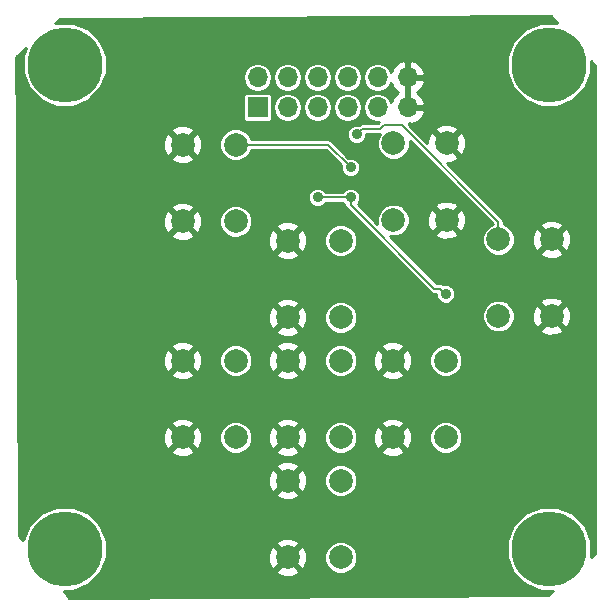
<source format=gbl>
G04 #@! TF.GenerationSoftware,KiCad,Pcbnew,(5.0.2)-1*
G04 #@! TF.CreationDate,2019-09-26T13:37:58-04:00*
G04 #@! TF.ProjectId,JoyPad,4a6f7950-6164-42e6-9b69-6361645f7063,X1*
G04 #@! TF.SameCoordinates,Original*
G04 #@! TF.FileFunction,Copper,L2,Bot*
G04 #@! TF.FilePolarity,Positive*
%FSLAX46Y46*%
G04 Gerber Fmt 4.6, Leading zero omitted, Abs format (unit mm)*
G04 Created by KiCad (PCBNEW (5.0.2)-1) date 9/26/2019 1:37:58 PM*
%MOMM*%
%LPD*%
G01*
G04 APERTURE LIST*
G04 #@! TA.AperFunction,ComponentPad*
%ADD10C,2.000000*%
G04 #@! TD*
G04 #@! TA.AperFunction,ComponentPad*
%ADD11R,1.700000X1.700000*%
G04 #@! TD*
G04 #@! TA.AperFunction,ComponentPad*
%ADD12O,1.700000X1.700000*%
G04 #@! TD*
G04 #@! TA.AperFunction,ComponentPad*
%ADD13C,6.350000*%
G04 #@! TD*
G04 #@! TA.AperFunction,ViaPad*
%ADD14C,0.889000*%
G04 #@! TD*
G04 #@! TA.AperFunction,Conductor*
%ADD15C,0.152400*%
G04 #@! TD*
G04 #@! TA.AperFunction,Conductor*
%ADD16C,0.254000*%
G04 #@! TD*
G04 APERTURE END LIST*
D10*
G04 #@! TO.P,SW1,2*
G04 #@! TO.N,/S1D7*
X18470000Y-35560000D03*
G04 #@! TO.P,SW1,1*
G04 #@! TO.N,GND*
X13970000Y-35560000D03*
G04 #@! TO.P,SW1,2*
G04 #@! TO.N,/S1D7*
X18470000Y-29060000D03*
G04 #@! TO.P,SW1,1*
G04 #@! TO.N,GND*
X13970000Y-29060000D03*
G04 #@! TD*
G04 #@! TO.P,SW2,1*
G04 #@! TO.N,GND*
X22860000Y-29060000D03*
G04 #@! TO.P,SW2,2*
G04 #@! TO.N,/S1D6*
X27360000Y-29060000D03*
G04 #@! TO.P,SW2,1*
G04 #@! TO.N,GND*
X22860000Y-35560000D03*
G04 #@! TO.P,SW2,2*
G04 #@! TO.N,/S1D6*
X27360000Y-35560000D03*
G04 #@! TD*
G04 #@! TO.P,SW3,2*
G04 #@! TO.N,/S1D5*
X36250000Y-35560000D03*
G04 #@! TO.P,SW3,1*
G04 #@! TO.N,GND*
X31750000Y-35560000D03*
G04 #@! TO.P,SW3,2*
G04 #@! TO.N,/S1D5*
X36250000Y-29060000D03*
G04 #@! TO.P,SW3,1*
G04 #@! TO.N,GND*
X31750000Y-29060000D03*
G04 #@! TD*
G04 #@! TO.P,SW4,1*
G04 #@! TO.N,GND*
X22860000Y-39220000D03*
G04 #@! TO.P,SW4,2*
G04 #@! TO.N,/S1D4*
X27360000Y-39220000D03*
G04 #@! TO.P,SW4,1*
G04 #@! TO.N,GND*
X22860000Y-45720000D03*
G04 #@! TO.P,SW4,2*
G04 #@! TO.N,/S1D4*
X27360000Y-45720000D03*
G04 #@! TD*
G04 #@! TO.P,SW5,2*
G04 #@! TO.N,/S1D3*
X27360000Y-25400000D03*
G04 #@! TO.P,SW5,1*
G04 #@! TO.N,GND*
X22860000Y-25400000D03*
G04 #@! TO.P,SW5,2*
G04 #@! TO.N,/S1D3*
X27360000Y-18900000D03*
G04 #@! TO.P,SW5,1*
G04 #@! TO.N,GND*
X22860000Y-18900000D03*
G04 #@! TD*
G04 #@! TO.P,SW6,1*
G04 #@! TO.N,GND*
X45212000Y-25296000D03*
G04 #@! TO.P,SW6,2*
G04 #@! TO.N,/S1D2*
X40712000Y-25296000D03*
G04 #@! TO.P,SW6,1*
G04 #@! TO.N,GND*
X45212000Y-18796000D03*
G04 #@! TO.P,SW6,2*
G04 #@! TO.N,/S1D2*
X40712000Y-18796000D03*
G04 #@! TD*
G04 #@! TO.P,SW7,2*
G04 #@! TO.N,/S1D1*
X31822000Y-10668000D03*
G04 #@! TO.P,SW7,1*
G04 #@! TO.N,GND*
X36322000Y-10668000D03*
G04 #@! TO.P,SW7,2*
G04 #@! TO.N,/S1D1*
X31822000Y-17168000D03*
G04 #@! TO.P,SW7,1*
G04 #@! TO.N,GND*
X36322000Y-17168000D03*
G04 #@! TD*
G04 #@! TO.P,SW8,1*
G04 #@! TO.N,GND*
X13970000Y-10772000D03*
G04 #@! TO.P,SW8,2*
G04 #@! TO.N,/S1D0*
X18470000Y-10772000D03*
G04 #@! TO.P,SW8,1*
G04 #@! TO.N,GND*
X13970000Y-17272000D03*
G04 #@! TO.P,SW8,2*
G04 #@! TO.N,/S1D0*
X18470000Y-17272000D03*
G04 #@! TD*
D11*
G04 #@! TO.P,J1,1*
G04 #@! TO.N,VCC*
X20320000Y-7620000D03*
D12*
G04 #@! TO.P,J1,2*
X20320000Y-5080000D03*
G04 #@! TO.P,J1,3*
G04 #@! TO.N,/S1D7*
X22860000Y-7620000D03*
G04 #@! TO.P,J1,4*
G04 #@! TO.N,/S1D6*
X22860000Y-5080000D03*
G04 #@! TO.P,J1,5*
G04 #@! TO.N,/S1D5*
X25400000Y-7620000D03*
G04 #@! TO.P,J1,6*
G04 #@! TO.N,/S1D4*
X25400000Y-5080000D03*
G04 #@! TO.P,J1,7*
G04 #@! TO.N,/S1D3*
X27940000Y-7620000D03*
G04 #@! TO.P,J1,8*
G04 #@! TO.N,/S1D2*
X27940000Y-5080000D03*
G04 #@! TO.P,J1,9*
G04 #@! TO.N,/S1D1*
X30480000Y-7620000D03*
G04 #@! TO.P,J1,10*
G04 #@! TO.N,/S1D0*
X30480000Y-5080000D03*
G04 #@! TO.P,J1,11*
G04 #@! TO.N,GND*
X33020000Y-7620000D03*
G04 #@! TO.P,J1,12*
X33020000Y-5080000D03*
G04 #@! TD*
D13*
G04 #@! TO.P,BD-49X49,4*
G04 #@! TO.N,N/C*
X45000000Y-45000000D03*
G04 #@! TO.P,BD-49X49,3*
X4000000Y-45000000D03*
G04 #@! TO.P,BD-49X49,2*
X45000000Y-4000000D03*
G04 #@! TO.P,BD-49X49,1*
X4000000Y-4000000D03*
G04 #@! TD*
D14*
G04 #@! TO.N,/S1D5*
X28194000Y-15240000D03*
X25400000Y-15240000D03*
X36250000Y-23414330D03*
G04 #@! TO.N,/S1D2*
X28702000Y-9906000D03*
G04 #@! TO.N,/S1D0*
X28194000Y-12700000D03*
G04 #@! TD*
D15*
G04 #@! TO.N,/S1D5*
X25400000Y-15240000D02*
X28194000Y-15240000D01*
X28194000Y-15868617D02*
X28194000Y-15240000D01*
X35295214Y-22969831D02*
X28194000Y-15868617D01*
X35805501Y-22969831D02*
X35295214Y-22969831D01*
X36250000Y-23414330D02*
X35805501Y-22969831D01*
G04 #@! TO.N,/S1D2*
X29168601Y-9439399D02*
X30692601Y-9439399D01*
X28702000Y-9906000D02*
X29168601Y-9439399D01*
X30692601Y-9439399D02*
X30988000Y-9144000D01*
X30988000Y-9144000D02*
X32512000Y-9144000D01*
X40712000Y-17344000D02*
X40712000Y-18796000D01*
X32512000Y-9144000D02*
X40712000Y-17344000D01*
G04 #@! TO.N,/S1D0*
X26266000Y-10772000D02*
X18470000Y-10772000D01*
X28194000Y-12700000D02*
X26266000Y-10772000D01*
G04 #@! TD*
D16*
G04 #@! TO.N,GND*
G36*
X45658513Y-444000D02*
X44292668Y-444000D01*
X42985688Y-985369D01*
X41985369Y-1985688D01*
X41444000Y-3292668D01*
X41444000Y-4707332D01*
X41985369Y-6014312D01*
X42985688Y-7014631D01*
X44292668Y-7556000D01*
X45707332Y-7556000D01*
X47014312Y-7014631D01*
X48014631Y-6014312D01*
X48556000Y-4707332D01*
X48556000Y-3727819D01*
X48895000Y-4112019D01*
X48895000Y-45408372D01*
X48556000Y-45704997D01*
X48556000Y-44292668D01*
X48014631Y-42985688D01*
X47014312Y-41985369D01*
X45707332Y-41444000D01*
X44292668Y-41444000D01*
X42985688Y-41985369D01*
X41985369Y-42985688D01*
X41444000Y-44292668D01*
X41444000Y-45707332D01*
X41985369Y-47014312D01*
X42985688Y-48014631D01*
X44292668Y-48556000D01*
X45297710Y-48556000D01*
X44909942Y-48895297D01*
X4378281Y-49148620D01*
X3898541Y-48556000D01*
X4707332Y-48556000D01*
X6014312Y-48014631D01*
X7014631Y-47014312D01*
X7073358Y-46872532D01*
X21887073Y-46872532D01*
X21985736Y-47139387D01*
X22595461Y-47365908D01*
X23245460Y-47341856D01*
X23734264Y-47139387D01*
X23832927Y-46872532D01*
X22860000Y-45899605D01*
X21887073Y-46872532D01*
X7073358Y-46872532D01*
X7556000Y-45707332D01*
X7556000Y-45455461D01*
X21214092Y-45455461D01*
X21238144Y-46105460D01*
X21440613Y-46594264D01*
X21707468Y-46692927D01*
X22680395Y-45720000D01*
X23039605Y-45720000D01*
X24012532Y-46692927D01*
X24279387Y-46594264D01*
X24505908Y-45984539D01*
X24485955Y-45445302D01*
X25979000Y-45445302D01*
X25979000Y-45994698D01*
X26189245Y-46502273D01*
X26577727Y-46890755D01*
X27085302Y-47101000D01*
X27634698Y-47101000D01*
X28142273Y-46890755D01*
X28530755Y-46502273D01*
X28741000Y-45994698D01*
X28741000Y-45445302D01*
X28530755Y-44937727D01*
X28142273Y-44549245D01*
X27634698Y-44339000D01*
X27085302Y-44339000D01*
X26577727Y-44549245D01*
X26189245Y-44937727D01*
X25979000Y-45445302D01*
X24485955Y-45445302D01*
X24481856Y-45334540D01*
X24279387Y-44845736D01*
X24012532Y-44747073D01*
X23039605Y-45720000D01*
X22680395Y-45720000D01*
X21707468Y-44747073D01*
X21440613Y-44845736D01*
X21214092Y-45455461D01*
X7556000Y-45455461D01*
X7556000Y-44567468D01*
X21887073Y-44567468D01*
X22860000Y-45540395D01*
X23832927Y-44567468D01*
X23734264Y-44300613D01*
X23124539Y-44074092D01*
X22474540Y-44098144D01*
X21985736Y-44300613D01*
X21887073Y-44567468D01*
X7556000Y-44567468D01*
X7556000Y-44292668D01*
X7014631Y-42985688D01*
X6014312Y-41985369D01*
X4707332Y-41444000D01*
X3292668Y-41444000D01*
X1985688Y-41985369D01*
X985369Y-42985688D01*
X445108Y-44289994D01*
X126720Y-43896692D01*
X104695Y-40372532D01*
X21887073Y-40372532D01*
X21985736Y-40639387D01*
X22595461Y-40865908D01*
X23245460Y-40841856D01*
X23734264Y-40639387D01*
X23832927Y-40372532D01*
X22860000Y-39399605D01*
X21887073Y-40372532D01*
X104695Y-40372532D01*
X95838Y-38955461D01*
X21214092Y-38955461D01*
X21238144Y-39605460D01*
X21440613Y-40094264D01*
X21707468Y-40192927D01*
X22680395Y-39220000D01*
X23039605Y-39220000D01*
X24012532Y-40192927D01*
X24279387Y-40094264D01*
X24505908Y-39484539D01*
X24485955Y-38945302D01*
X25979000Y-38945302D01*
X25979000Y-39494698D01*
X26189245Y-40002273D01*
X26577727Y-40390755D01*
X27085302Y-40601000D01*
X27634698Y-40601000D01*
X28142273Y-40390755D01*
X28530755Y-40002273D01*
X28741000Y-39494698D01*
X28741000Y-38945302D01*
X28530755Y-38437727D01*
X28142273Y-38049245D01*
X27634698Y-37839000D01*
X27085302Y-37839000D01*
X26577727Y-38049245D01*
X26189245Y-38437727D01*
X25979000Y-38945302D01*
X24485955Y-38945302D01*
X24481856Y-38834540D01*
X24279387Y-38345736D01*
X24012532Y-38247073D01*
X23039605Y-39220000D01*
X22680395Y-39220000D01*
X21707468Y-38247073D01*
X21440613Y-38345736D01*
X21214092Y-38955461D01*
X95838Y-38955461D01*
X90289Y-38067468D01*
X21887073Y-38067468D01*
X22860000Y-39040395D01*
X23832927Y-38067468D01*
X23734264Y-37800613D01*
X23124539Y-37574092D01*
X22474540Y-37598144D01*
X21985736Y-37800613D01*
X21887073Y-38067468D01*
X90289Y-38067468D01*
X81820Y-36712532D01*
X12997073Y-36712532D01*
X13095736Y-36979387D01*
X13705461Y-37205908D01*
X14355460Y-37181856D01*
X14844264Y-36979387D01*
X14942927Y-36712532D01*
X13970000Y-35739605D01*
X12997073Y-36712532D01*
X81820Y-36712532D01*
X72963Y-35295461D01*
X12324092Y-35295461D01*
X12348144Y-35945460D01*
X12550613Y-36434264D01*
X12817468Y-36532927D01*
X13790395Y-35560000D01*
X14149605Y-35560000D01*
X15122532Y-36532927D01*
X15389387Y-36434264D01*
X15615908Y-35824539D01*
X15595955Y-35285302D01*
X17089000Y-35285302D01*
X17089000Y-35834698D01*
X17299245Y-36342273D01*
X17687727Y-36730755D01*
X18195302Y-36941000D01*
X18744698Y-36941000D01*
X19252273Y-36730755D01*
X19270496Y-36712532D01*
X21887073Y-36712532D01*
X21985736Y-36979387D01*
X22595461Y-37205908D01*
X23245460Y-37181856D01*
X23734264Y-36979387D01*
X23832927Y-36712532D01*
X22860000Y-35739605D01*
X21887073Y-36712532D01*
X19270496Y-36712532D01*
X19640755Y-36342273D01*
X19851000Y-35834698D01*
X19851000Y-35295461D01*
X21214092Y-35295461D01*
X21238144Y-35945460D01*
X21440613Y-36434264D01*
X21707468Y-36532927D01*
X22680395Y-35560000D01*
X23039605Y-35560000D01*
X24012532Y-36532927D01*
X24279387Y-36434264D01*
X24505908Y-35824539D01*
X24485955Y-35285302D01*
X25979000Y-35285302D01*
X25979000Y-35834698D01*
X26189245Y-36342273D01*
X26577727Y-36730755D01*
X27085302Y-36941000D01*
X27634698Y-36941000D01*
X28142273Y-36730755D01*
X28160496Y-36712532D01*
X30777073Y-36712532D01*
X30875736Y-36979387D01*
X31485461Y-37205908D01*
X32135460Y-37181856D01*
X32624264Y-36979387D01*
X32722927Y-36712532D01*
X31750000Y-35739605D01*
X30777073Y-36712532D01*
X28160496Y-36712532D01*
X28530755Y-36342273D01*
X28741000Y-35834698D01*
X28741000Y-35295461D01*
X30104092Y-35295461D01*
X30128144Y-35945460D01*
X30330613Y-36434264D01*
X30597468Y-36532927D01*
X31570395Y-35560000D01*
X31929605Y-35560000D01*
X32902532Y-36532927D01*
X33169387Y-36434264D01*
X33395908Y-35824539D01*
X33375955Y-35285302D01*
X34869000Y-35285302D01*
X34869000Y-35834698D01*
X35079245Y-36342273D01*
X35467727Y-36730755D01*
X35975302Y-36941000D01*
X36524698Y-36941000D01*
X37032273Y-36730755D01*
X37420755Y-36342273D01*
X37631000Y-35834698D01*
X37631000Y-35285302D01*
X37420755Y-34777727D01*
X37032273Y-34389245D01*
X36524698Y-34179000D01*
X35975302Y-34179000D01*
X35467727Y-34389245D01*
X35079245Y-34777727D01*
X34869000Y-35285302D01*
X33375955Y-35285302D01*
X33371856Y-35174540D01*
X33169387Y-34685736D01*
X32902532Y-34587073D01*
X31929605Y-35560000D01*
X31570395Y-35560000D01*
X30597468Y-34587073D01*
X30330613Y-34685736D01*
X30104092Y-35295461D01*
X28741000Y-35295461D01*
X28741000Y-35285302D01*
X28530755Y-34777727D01*
X28160496Y-34407468D01*
X30777073Y-34407468D01*
X31750000Y-35380395D01*
X32722927Y-34407468D01*
X32624264Y-34140613D01*
X32014539Y-33914092D01*
X31364540Y-33938144D01*
X30875736Y-34140613D01*
X30777073Y-34407468D01*
X28160496Y-34407468D01*
X28142273Y-34389245D01*
X27634698Y-34179000D01*
X27085302Y-34179000D01*
X26577727Y-34389245D01*
X26189245Y-34777727D01*
X25979000Y-35285302D01*
X24485955Y-35285302D01*
X24481856Y-35174540D01*
X24279387Y-34685736D01*
X24012532Y-34587073D01*
X23039605Y-35560000D01*
X22680395Y-35560000D01*
X21707468Y-34587073D01*
X21440613Y-34685736D01*
X21214092Y-35295461D01*
X19851000Y-35295461D01*
X19851000Y-35285302D01*
X19640755Y-34777727D01*
X19270496Y-34407468D01*
X21887073Y-34407468D01*
X22860000Y-35380395D01*
X23832927Y-34407468D01*
X23734264Y-34140613D01*
X23124539Y-33914092D01*
X22474540Y-33938144D01*
X21985736Y-34140613D01*
X21887073Y-34407468D01*
X19270496Y-34407468D01*
X19252273Y-34389245D01*
X18744698Y-34179000D01*
X18195302Y-34179000D01*
X17687727Y-34389245D01*
X17299245Y-34777727D01*
X17089000Y-35285302D01*
X15595955Y-35285302D01*
X15591856Y-35174540D01*
X15389387Y-34685736D01*
X15122532Y-34587073D01*
X14149605Y-35560000D01*
X13790395Y-35560000D01*
X12817468Y-34587073D01*
X12550613Y-34685736D01*
X12324092Y-35295461D01*
X72963Y-35295461D01*
X67414Y-34407468D01*
X12997073Y-34407468D01*
X13970000Y-35380395D01*
X14942927Y-34407468D01*
X14844264Y-34140613D01*
X14234539Y-33914092D01*
X13584540Y-33938144D01*
X13095736Y-34140613D01*
X12997073Y-34407468D01*
X67414Y-34407468D01*
X41195Y-30212532D01*
X12997073Y-30212532D01*
X13095736Y-30479387D01*
X13705461Y-30705908D01*
X14355460Y-30681856D01*
X14844264Y-30479387D01*
X14942927Y-30212532D01*
X13970000Y-29239605D01*
X12997073Y-30212532D01*
X41195Y-30212532D01*
X32338Y-28795461D01*
X12324092Y-28795461D01*
X12348144Y-29445460D01*
X12550613Y-29934264D01*
X12817468Y-30032927D01*
X13790395Y-29060000D01*
X14149605Y-29060000D01*
X15122532Y-30032927D01*
X15389387Y-29934264D01*
X15615908Y-29324539D01*
X15595955Y-28785302D01*
X17089000Y-28785302D01*
X17089000Y-29334698D01*
X17299245Y-29842273D01*
X17687727Y-30230755D01*
X18195302Y-30441000D01*
X18744698Y-30441000D01*
X19252273Y-30230755D01*
X19270496Y-30212532D01*
X21887073Y-30212532D01*
X21985736Y-30479387D01*
X22595461Y-30705908D01*
X23245460Y-30681856D01*
X23734264Y-30479387D01*
X23832927Y-30212532D01*
X22860000Y-29239605D01*
X21887073Y-30212532D01*
X19270496Y-30212532D01*
X19640755Y-29842273D01*
X19851000Y-29334698D01*
X19851000Y-28795461D01*
X21214092Y-28795461D01*
X21238144Y-29445460D01*
X21440613Y-29934264D01*
X21707468Y-30032927D01*
X22680395Y-29060000D01*
X23039605Y-29060000D01*
X24012532Y-30032927D01*
X24279387Y-29934264D01*
X24505908Y-29324539D01*
X24485955Y-28785302D01*
X25979000Y-28785302D01*
X25979000Y-29334698D01*
X26189245Y-29842273D01*
X26577727Y-30230755D01*
X27085302Y-30441000D01*
X27634698Y-30441000D01*
X28142273Y-30230755D01*
X28160496Y-30212532D01*
X30777073Y-30212532D01*
X30875736Y-30479387D01*
X31485461Y-30705908D01*
X32135460Y-30681856D01*
X32624264Y-30479387D01*
X32722927Y-30212532D01*
X31750000Y-29239605D01*
X30777073Y-30212532D01*
X28160496Y-30212532D01*
X28530755Y-29842273D01*
X28741000Y-29334698D01*
X28741000Y-28795461D01*
X30104092Y-28795461D01*
X30128144Y-29445460D01*
X30330613Y-29934264D01*
X30597468Y-30032927D01*
X31570395Y-29060000D01*
X31929605Y-29060000D01*
X32902532Y-30032927D01*
X33169387Y-29934264D01*
X33395908Y-29324539D01*
X33375955Y-28785302D01*
X34869000Y-28785302D01*
X34869000Y-29334698D01*
X35079245Y-29842273D01*
X35467727Y-30230755D01*
X35975302Y-30441000D01*
X36524698Y-30441000D01*
X37032273Y-30230755D01*
X37420755Y-29842273D01*
X37631000Y-29334698D01*
X37631000Y-28785302D01*
X37420755Y-28277727D01*
X37032273Y-27889245D01*
X36524698Y-27679000D01*
X35975302Y-27679000D01*
X35467727Y-27889245D01*
X35079245Y-28277727D01*
X34869000Y-28785302D01*
X33375955Y-28785302D01*
X33371856Y-28674540D01*
X33169387Y-28185736D01*
X32902532Y-28087073D01*
X31929605Y-29060000D01*
X31570395Y-29060000D01*
X30597468Y-28087073D01*
X30330613Y-28185736D01*
X30104092Y-28795461D01*
X28741000Y-28795461D01*
X28741000Y-28785302D01*
X28530755Y-28277727D01*
X28160496Y-27907468D01*
X30777073Y-27907468D01*
X31750000Y-28880395D01*
X32722927Y-27907468D01*
X32624264Y-27640613D01*
X32014539Y-27414092D01*
X31364540Y-27438144D01*
X30875736Y-27640613D01*
X30777073Y-27907468D01*
X28160496Y-27907468D01*
X28142273Y-27889245D01*
X27634698Y-27679000D01*
X27085302Y-27679000D01*
X26577727Y-27889245D01*
X26189245Y-28277727D01*
X25979000Y-28785302D01*
X24485955Y-28785302D01*
X24481856Y-28674540D01*
X24279387Y-28185736D01*
X24012532Y-28087073D01*
X23039605Y-29060000D01*
X22680395Y-29060000D01*
X21707468Y-28087073D01*
X21440613Y-28185736D01*
X21214092Y-28795461D01*
X19851000Y-28795461D01*
X19851000Y-28785302D01*
X19640755Y-28277727D01*
X19270496Y-27907468D01*
X21887073Y-27907468D01*
X22860000Y-28880395D01*
X23832927Y-27907468D01*
X23734264Y-27640613D01*
X23124539Y-27414092D01*
X22474540Y-27438144D01*
X21985736Y-27640613D01*
X21887073Y-27907468D01*
X19270496Y-27907468D01*
X19252273Y-27889245D01*
X18744698Y-27679000D01*
X18195302Y-27679000D01*
X17687727Y-27889245D01*
X17299245Y-28277727D01*
X17089000Y-28785302D01*
X15595955Y-28785302D01*
X15591856Y-28674540D01*
X15389387Y-28185736D01*
X15122532Y-28087073D01*
X14149605Y-29060000D01*
X13790395Y-29060000D01*
X12817468Y-28087073D01*
X12550613Y-28185736D01*
X12324092Y-28795461D01*
X32338Y-28795461D01*
X26789Y-27907468D01*
X12997073Y-27907468D01*
X13970000Y-28880395D01*
X14942927Y-27907468D01*
X14844264Y-27640613D01*
X14234539Y-27414092D01*
X13584540Y-27438144D01*
X13095736Y-27640613D01*
X12997073Y-27907468D01*
X26789Y-27907468D01*
X18321Y-26552532D01*
X21887073Y-26552532D01*
X21985736Y-26819387D01*
X22595461Y-27045908D01*
X23245460Y-27021856D01*
X23734264Y-26819387D01*
X23832927Y-26552532D01*
X22860000Y-25579605D01*
X21887073Y-26552532D01*
X18321Y-26552532D01*
X9464Y-25135461D01*
X21214092Y-25135461D01*
X21238144Y-25785460D01*
X21440613Y-26274264D01*
X21707468Y-26372927D01*
X22680395Y-25400000D01*
X23039605Y-25400000D01*
X24012532Y-26372927D01*
X24279387Y-26274264D01*
X24505908Y-25664539D01*
X24485955Y-25125302D01*
X25979000Y-25125302D01*
X25979000Y-25674698D01*
X26189245Y-26182273D01*
X26577727Y-26570755D01*
X27085302Y-26781000D01*
X27634698Y-26781000D01*
X28142273Y-26570755D01*
X28530755Y-26182273D01*
X28741000Y-25674698D01*
X28741000Y-25125302D01*
X28697922Y-25021302D01*
X39331000Y-25021302D01*
X39331000Y-25570698D01*
X39541245Y-26078273D01*
X39929727Y-26466755D01*
X40437302Y-26677000D01*
X40986698Y-26677000D01*
X41494273Y-26466755D01*
X41512496Y-26448532D01*
X44239073Y-26448532D01*
X44337736Y-26715387D01*
X44947461Y-26941908D01*
X45597460Y-26917856D01*
X46086264Y-26715387D01*
X46184927Y-26448532D01*
X45212000Y-25475605D01*
X44239073Y-26448532D01*
X41512496Y-26448532D01*
X41882755Y-26078273D01*
X42093000Y-25570698D01*
X42093000Y-25031461D01*
X43566092Y-25031461D01*
X43590144Y-25681460D01*
X43792613Y-26170264D01*
X44059468Y-26268927D01*
X45032395Y-25296000D01*
X45391605Y-25296000D01*
X46364532Y-26268927D01*
X46631387Y-26170264D01*
X46857908Y-25560539D01*
X46833856Y-24910540D01*
X46631387Y-24421736D01*
X46364532Y-24323073D01*
X45391605Y-25296000D01*
X45032395Y-25296000D01*
X44059468Y-24323073D01*
X43792613Y-24421736D01*
X43566092Y-25031461D01*
X42093000Y-25031461D01*
X42093000Y-25021302D01*
X41882755Y-24513727D01*
X41512496Y-24143468D01*
X44239073Y-24143468D01*
X45212000Y-25116395D01*
X46184927Y-24143468D01*
X46086264Y-23876613D01*
X45476539Y-23650092D01*
X44826540Y-23674144D01*
X44337736Y-23876613D01*
X44239073Y-24143468D01*
X41512496Y-24143468D01*
X41494273Y-24125245D01*
X40986698Y-23915000D01*
X40437302Y-23915000D01*
X39929727Y-24125245D01*
X39541245Y-24513727D01*
X39331000Y-25021302D01*
X28697922Y-25021302D01*
X28530755Y-24617727D01*
X28142273Y-24229245D01*
X27634698Y-24019000D01*
X27085302Y-24019000D01*
X26577727Y-24229245D01*
X26189245Y-24617727D01*
X25979000Y-25125302D01*
X24485955Y-25125302D01*
X24481856Y-25014540D01*
X24279387Y-24525736D01*
X24012532Y-24427073D01*
X23039605Y-25400000D01*
X22680395Y-25400000D01*
X21707468Y-24427073D01*
X21440613Y-24525736D01*
X21214092Y-25135461D01*
X9464Y-25135461D01*
X3914Y-24247468D01*
X21887073Y-24247468D01*
X22860000Y-25220395D01*
X23832927Y-24247468D01*
X23734264Y-23980613D01*
X23124539Y-23754092D01*
X22474540Y-23778144D01*
X21985736Y-23980613D01*
X21887073Y-24247468D01*
X3914Y-24247468D01*
X-22304Y-20052532D01*
X21887073Y-20052532D01*
X21985736Y-20319387D01*
X22595461Y-20545908D01*
X23245460Y-20521856D01*
X23734264Y-20319387D01*
X23832927Y-20052532D01*
X22860000Y-19079605D01*
X21887073Y-20052532D01*
X-22304Y-20052532D01*
X-32480Y-18424532D01*
X12997073Y-18424532D01*
X13095736Y-18691387D01*
X13705461Y-18917908D01*
X14355460Y-18893856D01*
X14844264Y-18691387D01*
X14942927Y-18424532D01*
X13970000Y-17451605D01*
X12997073Y-18424532D01*
X-32480Y-18424532D01*
X-41337Y-17007461D01*
X12324092Y-17007461D01*
X12348144Y-17657460D01*
X12550613Y-18146264D01*
X12817468Y-18244927D01*
X13790395Y-17272000D01*
X14149605Y-17272000D01*
X15122532Y-18244927D01*
X15389387Y-18146264D01*
X15615908Y-17536539D01*
X15595955Y-16997302D01*
X17089000Y-16997302D01*
X17089000Y-17546698D01*
X17299245Y-18054273D01*
X17687727Y-18442755D01*
X18195302Y-18653000D01*
X18744698Y-18653000D01*
X18787040Y-18635461D01*
X21214092Y-18635461D01*
X21238144Y-19285460D01*
X21440613Y-19774264D01*
X21707468Y-19872927D01*
X22680395Y-18900000D01*
X23039605Y-18900000D01*
X24012532Y-19872927D01*
X24279387Y-19774264D01*
X24505908Y-19164539D01*
X24485955Y-18625302D01*
X25979000Y-18625302D01*
X25979000Y-19174698D01*
X26189245Y-19682273D01*
X26577727Y-20070755D01*
X27085302Y-20281000D01*
X27634698Y-20281000D01*
X28142273Y-20070755D01*
X28530755Y-19682273D01*
X28741000Y-19174698D01*
X28741000Y-18625302D01*
X28530755Y-18117727D01*
X28142273Y-17729245D01*
X27634698Y-17519000D01*
X27085302Y-17519000D01*
X26577727Y-17729245D01*
X26189245Y-18117727D01*
X25979000Y-18625302D01*
X24485955Y-18625302D01*
X24481856Y-18514540D01*
X24279387Y-18025736D01*
X24012532Y-17927073D01*
X23039605Y-18900000D01*
X22680395Y-18900000D01*
X21707468Y-17927073D01*
X21440613Y-18025736D01*
X21214092Y-18635461D01*
X18787040Y-18635461D01*
X19252273Y-18442755D01*
X19640755Y-18054273D01*
X19767838Y-17747468D01*
X21887073Y-17747468D01*
X22860000Y-18720395D01*
X23832927Y-17747468D01*
X23734264Y-17480613D01*
X23124539Y-17254092D01*
X22474540Y-17278144D01*
X21985736Y-17480613D01*
X21887073Y-17747468D01*
X19767838Y-17747468D01*
X19851000Y-17546698D01*
X19851000Y-16997302D01*
X19640755Y-16489727D01*
X19252273Y-16101245D01*
X18744698Y-15891000D01*
X18195302Y-15891000D01*
X17687727Y-16101245D01*
X17299245Y-16489727D01*
X17089000Y-16997302D01*
X15595955Y-16997302D01*
X15591856Y-16886540D01*
X15389387Y-16397736D01*
X15122532Y-16299073D01*
X14149605Y-17272000D01*
X13790395Y-17272000D01*
X12817468Y-16299073D01*
X12550613Y-16397736D01*
X12324092Y-17007461D01*
X-41337Y-17007461D01*
X-46886Y-16119468D01*
X12997073Y-16119468D01*
X13970000Y-17092395D01*
X14942927Y-16119468D01*
X14844264Y-15852613D01*
X14234539Y-15626092D01*
X13584540Y-15650144D01*
X13095736Y-15852613D01*
X12997073Y-16119468D01*
X-46886Y-16119468D01*
X-53409Y-15075798D01*
X24574500Y-15075798D01*
X24574500Y-15404202D01*
X24700174Y-15707608D01*
X24932392Y-15939826D01*
X25235798Y-16065500D01*
X25564202Y-16065500D01*
X25867608Y-15939826D01*
X26099826Y-15707608D01*
X26104137Y-15697200D01*
X27489863Y-15697200D01*
X27494174Y-15707608D01*
X27726392Y-15939826D01*
X27743409Y-15946875D01*
X27763327Y-16047007D01*
X27864377Y-16198240D01*
X27902554Y-16223749D01*
X34940083Y-23261279D01*
X34965591Y-23299454D01*
X35003765Y-23324961D01*
X35116823Y-23400504D01*
X35295213Y-23435988D01*
X35340243Y-23427031D01*
X35424500Y-23427031D01*
X35424500Y-23578532D01*
X35550174Y-23881938D01*
X35782392Y-24114156D01*
X36085798Y-24239830D01*
X36414202Y-24239830D01*
X36717608Y-24114156D01*
X36949826Y-23881938D01*
X37075500Y-23578532D01*
X37075500Y-23250128D01*
X36949826Y-22946722D01*
X36717608Y-22714504D01*
X36414202Y-22588830D01*
X36085798Y-22588830D01*
X36068781Y-22595879D01*
X35983892Y-22539158D01*
X35850531Y-22512631D01*
X35805501Y-22503674D01*
X35760471Y-22512631D01*
X35484593Y-22512631D01*
X31502336Y-18530374D01*
X31547302Y-18549000D01*
X32096698Y-18549000D01*
X32604273Y-18338755D01*
X32622496Y-18320532D01*
X35349073Y-18320532D01*
X35447736Y-18587387D01*
X36057461Y-18813908D01*
X36707460Y-18789856D01*
X37196264Y-18587387D01*
X37294927Y-18320532D01*
X36322000Y-17347605D01*
X35349073Y-18320532D01*
X32622496Y-18320532D01*
X32992755Y-17950273D01*
X33203000Y-17442698D01*
X33203000Y-16903461D01*
X34676092Y-16903461D01*
X34700144Y-17553460D01*
X34902613Y-18042264D01*
X35169468Y-18140927D01*
X36142395Y-17168000D01*
X36501605Y-17168000D01*
X37474532Y-18140927D01*
X37741387Y-18042264D01*
X37967908Y-17432539D01*
X37943856Y-16782540D01*
X37741387Y-16293736D01*
X37474532Y-16195073D01*
X36501605Y-17168000D01*
X36142395Y-17168000D01*
X35169468Y-16195073D01*
X34902613Y-16293736D01*
X34676092Y-16903461D01*
X33203000Y-16903461D01*
X33203000Y-16893302D01*
X32992755Y-16385727D01*
X32622496Y-16015468D01*
X35349073Y-16015468D01*
X36322000Y-16988395D01*
X37294927Y-16015468D01*
X37196264Y-15748613D01*
X36586539Y-15522092D01*
X35936540Y-15546144D01*
X35447736Y-15748613D01*
X35349073Y-16015468D01*
X32622496Y-16015468D01*
X32604273Y-15997245D01*
X32096698Y-15787000D01*
X31547302Y-15787000D01*
X31039727Y-15997245D01*
X30651245Y-16385727D01*
X30441000Y-16893302D01*
X30441000Y-17442698D01*
X30459626Y-17487665D01*
X28786698Y-15814736D01*
X28893826Y-15707608D01*
X29019500Y-15404202D01*
X29019500Y-15075798D01*
X28893826Y-14772392D01*
X28661608Y-14540174D01*
X28358202Y-14414500D01*
X28029798Y-14414500D01*
X27726392Y-14540174D01*
X27494174Y-14772392D01*
X27489863Y-14782800D01*
X26104137Y-14782800D01*
X26099826Y-14772392D01*
X25867608Y-14540174D01*
X25564202Y-14414500D01*
X25235798Y-14414500D01*
X24932392Y-14540174D01*
X24700174Y-14772392D01*
X24574500Y-15075798D01*
X-53409Y-15075798D01*
X-73105Y-11924532D01*
X12997073Y-11924532D01*
X13095736Y-12191387D01*
X13705461Y-12417908D01*
X14355460Y-12393856D01*
X14844264Y-12191387D01*
X14942927Y-11924532D01*
X13970000Y-10951605D01*
X12997073Y-11924532D01*
X-73105Y-11924532D01*
X-81962Y-10507461D01*
X12324092Y-10507461D01*
X12348144Y-11157460D01*
X12550613Y-11646264D01*
X12817468Y-11744927D01*
X13790395Y-10772000D01*
X14149605Y-10772000D01*
X15122532Y-11744927D01*
X15389387Y-11646264D01*
X15615908Y-11036539D01*
X15595955Y-10497302D01*
X17089000Y-10497302D01*
X17089000Y-11046698D01*
X17299245Y-11554273D01*
X17687727Y-11942755D01*
X18195302Y-12153000D01*
X18744698Y-12153000D01*
X19252273Y-11942755D01*
X19640755Y-11554273D01*
X19775405Y-11229200D01*
X26076622Y-11229200D01*
X27372811Y-12525390D01*
X27368500Y-12535798D01*
X27368500Y-12864202D01*
X27494174Y-13167608D01*
X27726392Y-13399826D01*
X28029798Y-13525500D01*
X28358202Y-13525500D01*
X28661608Y-13399826D01*
X28893826Y-13167608D01*
X29019500Y-12864202D01*
X29019500Y-12535798D01*
X28893826Y-12232392D01*
X28661608Y-12000174D01*
X28358202Y-11874500D01*
X28029798Y-11874500D01*
X28019390Y-11878811D01*
X26621132Y-10480554D01*
X26595623Y-10442377D01*
X26444391Y-10341327D01*
X26311030Y-10314800D01*
X26266000Y-10305843D01*
X26220970Y-10314800D01*
X19775405Y-10314800D01*
X19640755Y-9989727D01*
X19392826Y-9741798D01*
X27876500Y-9741798D01*
X27876500Y-10070202D01*
X28002174Y-10373608D01*
X28234392Y-10605826D01*
X28537798Y-10731500D01*
X28866202Y-10731500D01*
X29169608Y-10605826D01*
X29401826Y-10373608D01*
X29527500Y-10070202D01*
X29527500Y-9896599D01*
X30646742Y-9896599D01*
X30441000Y-10393302D01*
X30441000Y-10942698D01*
X30651245Y-11450273D01*
X31039727Y-11838755D01*
X31547302Y-12049000D01*
X32096698Y-12049000D01*
X32604273Y-11838755D01*
X32992755Y-11450273D01*
X33203000Y-10942698D01*
X33203000Y-10481578D01*
X40224547Y-17503126D01*
X39929727Y-17625245D01*
X39541245Y-18013727D01*
X39331000Y-18521302D01*
X39331000Y-19070698D01*
X39541245Y-19578273D01*
X39929727Y-19966755D01*
X40437302Y-20177000D01*
X40986698Y-20177000D01*
X41494273Y-19966755D01*
X41512496Y-19948532D01*
X44239073Y-19948532D01*
X44337736Y-20215387D01*
X44947461Y-20441908D01*
X45597460Y-20417856D01*
X46086264Y-20215387D01*
X46184927Y-19948532D01*
X45212000Y-18975605D01*
X44239073Y-19948532D01*
X41512496Y-19948532D01*
X41882755Y-19578273D01*
X42093000Y-19070698D01*
X42093000Y-18531461D01*
X43566092Y-18531461D01*
X43590144Y-19181460D01*
X43792613Y-19670264D01*
X44059468Y-19768927D01*
X45032395Y-18796000D01*
X45391605Y-18796000D01*
X46364532Y-19768927D01*
X46631387Y-19670264D01*
X46857908Y-19060539D01*
X46833856Y-18410540D01*
X46631387Y-17921736D01*
X46364532Y-17823073D01*
X45391605Y-18796000D01*
X45032395Y-18796000D01*
X44059468Y-17823073D01*
X43792613Y-17921736D01*
X43566092Y-18531461D01*
X42093000Y-18531461D01*
X42093000Y-18521302D01*
X41882755Y-18013727D01*
X41512496Y-17643468D01*
X44239073Y-17643468D01*
X45212000Y-18616395D01*
X46184927Y-17643468D01*
X46086264Y-17376613D01*
X45476539Y-17150092D01*
X44826540Y-17174144D01*
X44337736Y-17376613D01*
X44239073Y-17643468D01*
X41512496Y-17643468D01*
X41494273Y-17625245D01*
X41169200Y-17490595D01*
X41169200Y-17389029D01*
X41178157Y-17343999D01*
X41142673Y-17165609D01*
X41067130Y-17052551D01*
X41041623Y-17014377D01*
X41003449Y-16988870D01*
X36318815Y-12304237D01*
X36707460Y-12289856D01*
X37196264Y-12087387D01*
X37294927Y-11820532D01*
X36322000Y-10847605D01*
X36307858Y-10861748D01*
X36128253Y-10682143D01*
X36142395Y-10668000D01*
X36501605Y-10668000D01*
X37474532Y-11640927D01*
X37741387Y-11542264D01*
X37967908Y-10932539D01*
X37943856Y-10282540D01*
X37741387Y-9793736D01*
X37474532Y-9695073D01*
X36501605Y-10668000D01*
X36142395Y-10668000D01*
X35169468Y-9695073D01*
X34902613Y-9793736D01*
X34676092Y-10403461D01*
X34686008Y-10671429D01*
X33530047Y-9515468D01*
X35349073Y-9515468D01*
X36322000Y-10488395D01*
X37294927Y-9515468D01*
X37196264Y-9248613D01*
X36586539Y-9022092D01*
X35936540Y-9046144D01*
X35447736Y-9248613D01*
X35349073Y-9515468D01*
X33530047Y-9515468D01*
X33119578Y-9105000D01*
X33147002Y-9105000D01*
X33147002Y-8940156D01*
X33376890Y-9061476D01*
X33786924Y-8891645D01*
X34215183Y-8501358D01*
X34461486Y-7976892D01*
X34340819Y-7747000D01*
X33147000Y-7747000D01*
X33147000Y-7767000D01*
X32893000Y-7767000D01*
X32893000Y-7747000D01*
X32873000Y-7747000D01*
X32873000Y-7493000D01*
X32893000Y-7493000D01*
X32893000Y-5207000D01*
X33147000Y-5207000D01*
X33147000Y-7493000D01*
X34340819Y-7493000D01*
X34461486Y-7263108D01*
X34215183Y-6738642D01*
X33788729Y-6350000D01*
X34215183Y-5961358D01*
X34461486Y-5436892D01*
X34340819Y-5207000D01*
X33147000Y-5207000D01*
X32893000Y-5207000D01*
X32873000Y-5207000D01*
X32873000Y-4953000D01*
X32893000Y-4953000D01*
X32893000Y-3759845D01*
X33147000Y-3759845D01*
X33147000Y-4953000D01*
X34340819Y-4953000D01*
X34461486Y-4723108D01*
X34215183Y-4198642D01*
X33786924Y-3808355D01*
X33376890Y-3638524D01*
X33147000Y-3759845D01*
X32893000Y-3759845D01*
X32663110Y-3638524D01*
X32253076Y-3808355D01*
X31824817Y-4198642D01*
X31637755Y-4596963D01*
X31367501Y-4192499D01*
X30960312Y-3920424D01*
X30601239Y-3849000D01*
X30358761Y-3849000D01*
X29999688Y-3920424D01*
X29592499Y-4192499D01*
X29320424Y-4599688D01*
X29224884Y-5080000D01*
X29320424Y-5560312D01*
X29592499Y-5967501D01*
X29999688Y-6239576D01*
X30358761Y-6311000D01*
X30601239Y-6311000D01*
X30960312Y-6239576D01*
X31367501Y-5967501D01*
X31637755Y-5563037D01*
X31824817Y-5961358D01*
X32251271Y-6350000D01*
X31824817Y-6738642D01*
X31637755Y-7136963D01*
X31367501Y-6732499D01*
X30960312Y-6460424D01*
X30601239Y-6389000D01*
X30358761Y-6389000D01*
X29999688Y-6460424D01*
X29592499Y-6732499D01*
X29320424Y-7139688D01*
X29224884Y-7620000D01*
X29320424Y-8100312D01*
X29592499Y-8507501D01*
X29999688Y-8779576D01*
X30358761Y-8851000D01*
X30601239Y-8851000D01*
X30638914Y-8843506D01*
X30632869Y-8852552D01*
X30503223Y-8982199D01*
X29213625Y-8982199D01*
X29168600Y-8973243D01*
X29123575Y-8982199D01*
X29123571Y-8982199D01*
X28990210Y-9008726D01*
X28876444Y-9084742D01*
X28866202Y-9080500D01*
X28537798Y-9080500D01*
X28234392Y-9206174D01*
X28002174Y-9438392D01*
X27876500Y-9741798D01*
X19392826Y-9741798D01*
X19252273Y-9601245D01*
X18744698Y-9391000D01*
X18195302Y-9391000D01*
X17687727Y-9601245D01*
X17299245Y-9989727D01*
X17089000Y-10497302D01*
X15595955Y-10497302D01*
X15591856Y-10386540D01*
X15389387Y-9897736D01*
X15122532Y-9799073D01*
X14149605Y-10772000D01*
X13790395Y-10772000D01*
X12817468Y-9799073D01*
X12550613Y-9897736D01*
X12324092Y-10507461D01*
X-81962Y-10507461D01*
X-87512Y-9619468D01*
X12997073Y-9619468D01*
X13970000Y-10592395D01*
X14942927Y-9619468D01*
X14844264Y-9352613D01*
X14234539Y-9126092D01*
X13584540Y-9150144D01*
X13095736Y-9352613D01*
X12997073Y-9619468D01*
X-87512Y-9619468D01*
X-126637Y-3359677D01*
X720272Y-2625690D01*
X444000Y-3292668D01*
X444000Y-4707332D01*
X985369Y-6014312D01*
X1985688Y-7014631D01*
X3292668Y-7556000D01*
X4707332Y-7556000D01*
X6014312Y-7014631D01*
X6258943Y-6770000D01*
X19081536Y-6770000D01*
X19081536Y-8470000D01*
X19111106Y-8618659D01*
X19195314Y-8744686D01*
X19321341Y-8828894D01*
X19470000Y-8858464D01*
X21170000Y-8858464D01*
X21318659Y-8828894D01*
X21444686Y-8744686D01*
X21528894Y-8618659D01*
X21558464Y-8470000D01*
X21558464Y-7620000D01*
X21604884Y-7620000D01*
X21700424Y-8100312D01*
X21972499Y-8507501D01*
X22379688Y-8779576D01*
X22738761Y-8851000D01*
X22981239Y-8851000D01*
X23340312Y-8779576D01*
X23747501Y-8507501D01*
X24019576Y-8100312D01*
X24115116Y-7620000D01*
X24144884Y-7620000D01*
X24240424Y-8100312D01*
X24512499Y-8507501D01*
X24919688Y-8779576D01*
X25278761Y-8851000D01*
X25521239Y-8851000D01*
X25880312Y-8779576D01*
X26287501Y-8507501D01*
X26559576Y-8100312D01*
X26655116Y-7620000D01*
X26684884Y-7620000D01*
X26780424Y-8100312D01*
X27052499Y-8507501D01*
X27459688Y-8779576D01*
X27818761Y-8851000D01*
X28061239Y-8851000D01*
X28420312Y-8779576D01*
X28827501Y-8507501D01*
X29099576Y-8100312D01*
X29195116Y-7620000D01*
X29099576Y-7139688D01*
X28827501Y-6732499D01*
X28420312Y-6460424D01*
X28061239Y-6389000D01*
X27818761Y-6389000D01*
X27459688Y-6460424D01*
X27052499Y-6732499D01*
X26780424Y-7139688D01*
X26684884Y-7620000D01*
X26655116Y-7620000D01*
X26559576Y-7139688D01*
X26287501Y-6732499D01*
X25880312Y-6460424D01*
X25521239Y-6389000D01*
X25278761Y-6389000D01*
X24919688Y-6460424D01*
X24512499Y-6732499D01*
X24240424Y-7139688D01*
X24144884Y-7620000D01*
X24115116Y-7620000D01*
X24019576Y-7139688D01*
X23747501Y-6732499D01*
X23340312Y-6460424D01*
X22981239Y-6389000D01*
X22738761Y-6389000D01*
X22379688Y-6460424D01*
X21972499Y-6732499D01*
X21700424Y-7139688D01*
X21604884Y-7620000D01*
X21558464Y-7620000D01*
X21558464Y-6770000D01*
X21528894Y-6621341D01*
X21444686Y-6495314D01*
X21318659Y-6411106D01*
X21170000Y-6381536D01*
X19470000Y-6381536D01*
X19321341Y-6411106D01*
X19195314Y-6495314D01*
X19111106Y-6621341D01*
X19081536Y-6770000D01*
X6258943Y-6770000D01*
X7014631Y-6014312D01*
X7401635Y-5080000D01*
X19064884Y-5080000D01*
X19160424Y-5560312D01*
X19432499Y-5967501D01*
X19839688Y-6239576D01*
X20198761Y-6311000D01*
X20441239Y-6311000D01*
X20800312Y-6239576D01*
X21207501Y-5967501D01*
X21479576Y-5560312D01*
X21575116Y-5080000D01*
X21604884Y-5080000D01*
X21700424Y-5560312D01*
X21972499Y-5967501D01*
X22379688Y-6239576D01*
X22738761Y-6311000D01*
X22981239Y-6311000D01*
X23340312Y-6239576D01*
X23747501Y-5967501D01*
X24019576Y-5560312D01*
X24115116Y-5080000D01*
X24144884Y-5080000D01*
X24240424Y-5560312D01*
X24512499Y-5967501D01*
X24919688Y-6239576D01*
X25278761Y-6311000D01*
X25521239Y-6311000D01*
X25880312Y-6239576D01*
X26287501Y-5967501D01*
X26559576Y-5560312D01*
X26655116Y-5080000D01*
X26684884Y-5080000D01*
X26780424Y-5560312D01*
X27052499Y-5967501D01*
X27459688Y-6239576D01*
X27818761Y-6311000D01*
X28061239Y-6311000D01*
X28420312Y-6239576D01*
X28827501Y-5967501D01*
X29099576Y-5560312D01*
X29195116Y-5080000D01*
X29099576Y-4599688D01*
X28827501Y-4192499D01*
X28420312Y-3920424D01*
X28061239Y-3849000D01*
X27818761Y-3849000D01*
X27459688Y-3920424D01*
X27052499Y-4192499D01*
X26780424Y-4599688D01*
X26684884Y-5080000D01*
X26655116Y-5080000D01*
X26559576Y-4599688D01*
X26287501Y-4192499D01*
X25880312Y-3920424D01*
X25521239Y-3849000D01*
X25278761Y-3849000D01*
X24919688Y-3920424D01*
X24512499Y-4192499D01*
X24240424Y-4599688D01*
X24144884Y-5080000D01*
X24115116Y-5080000D01*
X24019576Y-4599688D01*
X23747501Y-4192499D01*
X23340312Y-3920424D01*
X22981239Y-3849000D01*
X22738761Y-3849000D01*
X22379688Y-3920424D01*
X21972499Y-4192499D01*
X21700424Y-4599688D01*
X21604884Y-5080000D01*
X21575116Y-5080000D01*
X21479576Y-4599688D01*
X21207501Y-4192499D01*
X20800312Y-3920424D01*
X20441239Y-3849000D01*
X20198761Y-3849000D01*
X19839688Y-3920424D01*
X19432499Y-4192499D01*
X19160424Y-4599688D01*
X19064884Y-5080000D01*
X7401635Y-5080000D01*
X7556000Y-4707332D01*
X7556000Y-3292668D01*
X7014631Y-1985688D01*
X6014312Y-985369D01*
X4707332Y-444000D01*
X3292668Y-444000D01*
X3187198Y-487687D01*
X3603708Y-126712D01*
X45154998Y126650D01*
X45658513Y-444000D01*
X45658513Y-444000D01*
G37*
X45658513Y-444000D02*
X44292668Y-444000D01*
X42985688Y-985369D01*
X41985369Y-1985688D01*
X41444000Y-3292668D01*
X41444000Y-4707332D01*
X41985369Y-6014312D01*
X42985688Y-7014631D01*
X44292668Y-7556000D01*
X45707332Y-7556000D01*
X47014312Y-7014631D01*
X48014631Y-6014312D01*
X48556000Y-4707332D01*
X48556000Y-3727819D01*
X48895000Y-4112019D01*
X48895000Y-45408372D01*
X48556000Y-45704997D01*
X48556000Y-44292668D01*
X48014631Y-42985688D01*
X47014312Y-41985369D01*
X45707332Y-41444000D01*
X44292668Y-41444000D01*
X42985688Y-41985369D01*
X41985369Y-42985688D01*
X41444000Y-44292668D01*
X41444000Y-45707332D01*
X41985369Y-47014312D01*
X42985688Y-48014631D01*
X44292668Y-48556000D01*
X45297710Y-48556000D01*
X44909942Y-48895297D01*
X4378281Y-49148620D01*
X3898541Y-48556000D01*
X4707332Y-48556000D01*
X6014312Y-48014631D01*
X7014631Y-47014312D01*
X7073358Y-46872532D01*
X21887073Y-46872532D01*
X21985736Y-47139387D01*
X22595461Y-47365908D01*
X23245460Y-47341856D01*
X23734264Y-47139387D01*
X23832927Y-46872532D01*
X22860000Y-45899605D01*
X21887073Y-46872532D01*
X7073358Y-46872532D01*
X7556000Y-45707332D01*
X7556000Y-45455461D01*
X21214092Y-45455461D01*
X21238144Y-46105460D01*
X21440613Y-46594264D01*
X21707468Y-46692927D01*
X22680395Y-45720000D01*
X23039605Y-45720000D01*
X24012532Y-46692927D01*
X24279387Y-46594264D01*
X24505908Y-45984539D01*
X24485955Y-45445302D01*
X25979000Y-45445302D01*
X25979000Y-45994698D01*
X26189245Y-46502273D01*
X26577727Y-46890755D01*
X27085302Y-47101000D01*
X27634698Y-47101000D01*
X28142273Y-46890755D01*
X28530755Y-46502273D01*
X28741000Y-45994698D01*
X28741000Y-45445302D01*
X28530755Y-44937727D01*
X28142273Y-44549245D01*
X27634698Y-44339000D01*
X27085302Y-44339000D01*
X26577727Y-44549245D01*
X26189245Y-44937727D01*
X25979000Y-45445302D01*
X24485955Y-45445302D01*
X24481856Y-45334540D01*
X24279387Y-44845736D01*
X24012532Y-44747073D01*
X23039605Y-45720000D01*
X22680395Y-45720000D01*
X21707468Y-44747073D01*
X21440613Y-44845736D01*
X21214092Y-45455461D01*
X7556000Y-45455461D01*
X7556000Y-44567468D01*
X21887073Y-44567468D01*
X22860000Y-45540395D01*
X23832927Y-44567468D01*
X23734264Y-44300613D01*
X23124539Y-44074092D01*
X22474540Y-44098144D01*
X21985736Y-44300613D01*
X21887073Y-44567468D01*
X7556000Y-44567468D01*
X7556000Y-44292668D01*
X7014631Y-42985688D01*
X6014312Y-41985369D01*
X4707332Y-41444000D01*
X3292668Y-41444000D01*
X1985688Y-41985369D01*
X985369Y-42985688D01*
X445108Y-44289994D01*
X126720Y-43896692D01*
X104695Y-40372532D01*
X21887073Y-40372532D01*
X21985736Y-40639387D01*
X22595461Y-40865908D01*
X23245460Y-40841856D01*
X23734264Y-40639387D01*
X23832927Y-40372532D01*
X22860000Y-39399605D01*
X21887073Y-40372532D01*
X104695Y-40372532D01*
X95838Y-38955461D01*
X21214092Y-38955461D01*
X21238144Y-39605460D01*
X21440613Y-40094264D01*
X21707468Y-40192927D01*
X22680395Y-39220000D01*
X23039605Y-39220000D01*
X24012532Y-40192927D01*
X24279387Y-40094264D01*
X24505908Y-39484539D01*
X24485955Y-38945302D01*
X25979000Y-38945302D01*
X25979000Y-39494698D01*
X26189245Y-40002273D01*
X26577727Y-40390755D01*
X27085302Y-40601000D01*
X27634698Y-40601000D01*
X28142273Y-40390755D01*
X28530755Y-40002273D01*
X28741000Y-39494698D01*
X28741000Y-38945302D01*
X28530755Y-38437727D01*
X28142273Y-38049245D01*
X27634698Y-37839000D01*
X27085302Y-37839000D01*
X26577727Y-38049245D01*
X26189245Y-38437727D01*
X25979000Y-38945302D01*
X24485955Y-38945302D01*
X24481856Y-38834540D01*
X24279387Y-38345736D01*
X24012532Y-38247073D01*
X23039605Y-39220000D01*
X22680395Y-39220000D01*
X21707468Y-38247073D01*
X21440613Y-38345736D01*
X21214092Y-38955461D01*
X95838Y-38955461D01*
X90289Y-38067468D01*
X21887073Y-38067468D01*
X22860000Y-39040395D01*
X23832927Y-38067468D01*
X23734264Y-37800613D01*
X23124539Y-37574092D01*
X22474540Y-37598144D01*
X21985736Y-37800613D01*
X21887073Y-38067468D01*
X90289Y-38067468D01*
X81820Y-36712532D01*
X12997073Y-36712532D01*
X13095736Y-36979387D01*
X13705461Y-37205908D01*
X14355460Y-37181856D01*
X14844264Y-36979387D01*
X14942927Y-36712532D01*
X13970000Y-35739605D01*
X12997073Y-36712532D01*
X81820Y-36712532D01*
X72963Y-35295461D01*
X12324092Y-35295461D01*
X12348144Y-35945460D01*
X12550613Y-36434264D01*
X12817468Y-36532927D01*
X13790395Y-35560000D01*
X14149605Y-35560000D01*
X15122532Y-36532927D01*
X15389387Y-36434264D01*
X15615908Y-35824539D01*
X15595955Y-35285302D01*
X17089000Y-35285302D01*
X17089000Y-35834698D01*
X17299245Y-36342273D01*
X17687727Y-36730755D01*
X18195302Y-36941000D01*
X18744698Y-36941000D01*
X19252273Y-36730755D01*
X19270496Y-36712532D01*
X21887073Y-36712532D01*
X21985736Y-36979387D01*
X22595461Y-37205908D01*
X23245460Y-37181856D01*
X23734264Y-36979387D01*
X23832927Y-36712532D01*
X22860000Y-35739605D01*
X21887073Y-36712532D01*
X19270496Y-36712532D01*
X19640755Y-36342273D01*
X19851000Y-35834698D01*
X19851000Y-35295461D01*
X21214092Y-35295461D01*
X21238144Y-35945460D01*
X21440613Y-36434264D01*
X21707468Y-36532927D01*
X22680395Y-35560000D01*
X23039605Y-35560000D01*
X24012532Y-36532927D01*
X24279387Y-36434264D01*
X24505908Y-35824539D01*
X24485955Y-35285302D01*
X25979000Y-35285302D01*
X25979000Y-35834698D01*
X26189245Y-36342273D01*
X26577727Y-36730755D01*
X27085302Y-36941000D01*
X27634698Y-36941000D01*
X28142273Y-36730755D01*
X28160496Y-36712532D01*
X30777073Y-36712532D01*
X30875736Y-36979387D01*
X31485461Y-37205908D01*
X32135460Y-37181856D01*
X32624264Y-36979387D01*
X32722927Y-36712532D01*
X31750000Y-35739605D01*
X30777073Y-36712532D01*
X28160496Y-36712532D01*
X28530755Y-36342273D01*
X28741000Y-35834698D01*
X28741000Y-35295461D01*
X30104092Y-35295461D01*
X30128144Y-35945460D01*
X30330613Y-36434264D01*
X30597468Y-36532927D01*
X31570395Y-35560000D01*
X31929605Y-35560000D01*
X32902532Y-36532927D01*
X33169387Y-36434264D01*
X33395908Y-35824539D01*
X33375955Y-35285302D01*
X34869000Y-35285302D01*
X34869000Y-35834698D01*
X35079245Y-36342273D01*
X35467727Y-36730755D01*
X35975302Y-36941000D01*
X36524698Y-36941000D01*
X37032273Y-36730755D01*
X37420755Y-36342273D01*
X37631000Y-35834698D01*
X37631000Y-35285302D01*
X37420755Y-34777727D01*
X37032273Y-34389245D01*
X36524698Y-34179000D01*
X35975302Y-34179000D01*
X35467727Y-34389245D01*
X35079245Y-34777727D01*
X34869000Y-35285302D01*
X33375955Y-35285302D01*
X33371856Y-35174540D01*
X33169387Y-34685736D01*
X32902532Y-34587073D01*
X31929605Y-35560000D01*
X31570395Y-35560000D01*
X30597468Y-34587073D01*
X30330613Y-34685736D01*
X30104092Y-35295461D01*
X28741000Y-35295461D01*
X28741000Y-35285302D01*
X28530755Y-34777727D01*
X28160496Y-34407468D01*
X30777073Y-34407468D01*
X31750000Y-35380395D01*
X32722927Y-34407468D01*
X32624264Y-34140613D01*
X32014539Y-33914092D01*
X31364540Y-33938144D01*
X30875736Y-34140613D01*
X30777073Y-34407468D01*
X28160496Y-34407468D01*
X28142273Y-34389245D01*
X27634698Y-34179000D01*
X27085302Y-34179000D01*
X26577727Y-34389245D01*
X26189245Y-34777727D01*
X25979000Y-35285302D01*
X24485955Y-35285302D01*
X24481856Y-35174540D01*
X24279387Y-34685736D01*
X24012532Y-34587073D01*
X23039605Y-35560000D01*
X22680395Y-35560000D01*
X21707468Y-34587073D01*
X21440613Y-34685736D01*
X21214092Y-35295461D01*
X19851000Y-35295461D01*
X19851000Y-35285302D01*
X19640755Y-34777727D01*
X19270496Y-34407468D01*
X21887073Y-34407468D01*
X22860000Y-35380395D01*
X23832927Y-34407468D01*
X23734264Y-34140613D01*
X23124539Y-33914092D01*
X22474540Y-33938144D01*
X21985736Y-34140613D01*
X21887073Y-34407468D01*
X19270496Y-34407468D01*
X19252273Y-34389245D01*
X18744698Y-34179000D01*
X18195302Y-34179000D01*
X17687727Y-34389245D01*
X17299245Y-34777727D01*
X17089000Y-35285302D01*
X15595955Y-35285302D01*
X15591856Y-35174540D01*
X15389387Y-34685736D01*
X15122532Y-34587073D01*
X14149605Y-35560000D01*
X13790395Y-35560000D01*
X12817468Y-34587073D01*
X12550613Y-34685736D01*
X12324092Y-35295461D01*
X72963Y-35295461D01*
X67414Y-34407468D01*
X12997073Y-34407468D01*
X13970000Y-35380395D01*
X14942927Y-34407468D01*
X14844264Y-34140613D01*
X14234539Y-33914092D01*
X13584540Y-33938144D01*
X13095736Y-34140613D01*
X12997073Y-34407468D01*
X67414Y-34407468D01*
X41195Y-30212532D01*
X12997073Y-30212532D01*
X13095736Y-30479387D01*
X13705461Y-30705908D01*
X14355460Y-30681856D01*
X14844264Y-30479387D01*
X14942927Y-30212532D01*
X13970000Y-29239605D01*
X12997073Y-30212532D01*
X41195Y-30212532D01*
X32338Y-28795461D01*
X12324092Y-28795461D01*
X12348144Y-29445460D01*
X12550613Y-29934264D01*
X12817468Y-30032927D01*
X13790395Y-29060000D01*
X14149605Y-29060000D01*
X15122532Y-30032927D01*
X15389387Y-29934264D01*
X15615908Y-29324539D01*
X15595955Y-28785302D01*
X17089000Y-28785302D01*
X17089000Y-29334698D01*
X17299245Y-29842273D01*
X17687727Y-30230755D01*
X18195302Y-30441000D01*
X18744698Y-30441000D01*
X19252273Y-30230755D01*
X19270496Y-30212532D01*
X21887073Y-30212532D01*
X21985736Y-30479387D01*
X22595461Y-30705908D01*
X23245460Y-30681856D01*
X23734264Y-30479387D01*
X23832927Y-30212532D01*
X22860000Y-29239605D01*
X21887073Y-30212532D01*
X19270496Y-30212532D01*
X19640755Y-29842273D01*
X19851000Y-29334698D01*
X19851000Y-28795461D01*
X21214092Y-28795461D01*
X21238144Y-29445460D01*
X21440613Y-29934264D01*
X21707468Y-30032927D01*
X22680395Y-29060000D01*
X23039605Y-29060000D01*
X24012532Y-30032927D01*
X24279387Y-29934264D01*
X24505908Y-29324539D01*
X24485955Y-28785302D01*
X25979000Y-28785302D01*
X25979000Y-29334698D01*
X26189245Y-29842273D01*
X26577727Y-30230755D01*
X27085302Y-30441000D01*
X27634698Y-30441000D01*
X28142273Y-30230755D01*
X28160496Y-30212532D01*
X30777073Y-30212532D01*
X30875736Y-30479387D01*
X31485461Y-30705908D01*
X32135460Y-30681856D01*
X32624264Y-30479387D01*
X32722927Y-30212532D01*
X31750000Y-29239605D01*
X30777073Y-30212532D01*
X28160496Y-30212532D01*
X28530755Y-29842273D01*
X28741000Y-29334698D01*
X28741000Y-28795461D01*
X30104092Y-28795461D01*
X30128144Y-29445460D01*
X30330613Y-29934264D01*
X30597468Y-30032927D01*
X31570395Y-29060000D01*
X31929605Y-29060000D01*
X32902532Y-30032927D01*
X33169387Y-29934264D01*
X33395908Y-29324539D01*
X33375955Y-28785302D01*
X34869000Y-28785302D01*
X34869000Y-29334698D01*
X35079245Y-29842273D01*
X35467727Y-30230755D01*
X35975302Y-30441000D01*
X36524698Y-30441000D01*
X37032273Y-30230755D01*
X37420755Y-29842273D01*
X37631000Y-29334698D01*
X37631000Y-28785302D01*
X37420755Y-28277727D01*
X37032273Y-27889245D01*
X36524698Y-27679000D01*
X35975302Y-27679000D01*
X35467727Y-27889245D01*
X35079245Y-28277727D01*
X34869000Y-28785302D01*
X33375955Y-28785302D01*
X33371856Y-28674540D01*
X33169387Y-28185736D01*
X32902532Y-28087073D01*
X31929605Y-29060000D01*
X31570395Y-29060000D01*
X30597468Y-28087073D01*
X30330613Y-28185736D01*
X30104092Y-28795461D01*
X28741000Y-28795461D01*
X28741000Y-28785302D01*
X28530755Y-28277727D01*
X28160496Y-27907468D01*
X30777073Y-27907468D01*
X31750000Y-28880395D01*
X32722927Y-27907468D01*
X32624264Y-27640613D01*
X32014539Y-27414092D01*
X31364540Y-27438144D01*
X30875736Y-27640613D01*
X30777073Y-27907468D01*
X28160496Y-27907468D01*
X28142273Y-27889245D01*
X27634698Y-27679000D01*
X27085302Y-27679000D01*
X26577727Y-27889245D01*
X26189245Y-28277727D01*
X25979000Y-28785302D01*
X24485955Y-28785302D01*
X24481856Y-28674540D01*
X24279387Y-28185736D01*
X24012532Y-28087073D01*
X23039605Y-29060000D01*
X22680395Y-29060000D01*
X21707468Y-28087073D01*
X21440613Y-28185736D01*
X21214092Y-28795461D01*
X19851000Y-28795461D01*
X19851000Y-28785302D01*
X19640755Y-28277727D01*
X19270496Y-27907468D01*
X21887073Y-27907468D01*
X22860000Y-28880395D01*
X23832927Y-27907468D01*
X23734264Y-27640613D01*
X23124539Y-27414092D01*
X22474540Y-27438144D01*
X21985736Y-27640613D01*
X21887073Y-27907468D01*
X19270496Y-27907468D01*
X19252273Y-27889245D01*
X18744698Y-27679000D01*
X18195302Y-27679000D01*
X17687727Y-27889245D01*
X17299245Y-28277727D01*
X17089000Y-28785302D01*
X15595955Y-28785302D01*
X15591856Y-28674540D01*
X15389387Y-28185736D01*
X15122532Y-28087073D01*
X14149605Y-29060000D01*
X13790395Y-29060000D01*
X12817468Y-28087073D01*
X12550613Y-28185736D01*
X12324092Y-28795461D01*
X32338Y-28795461D01*
X26789Y-27907468D01*
X12997073Y-27907468D01*
X13970000Y-28880395D01*
X14942927Y-27907468D01*
X14844264Y-27640613D01*
X14234539Y-27414092D01*
X13584540Y-27438144D01*
X13095736Y-27640613D01*
X12997073Y-27907468D01*
X26789Y-27907468D01*
X18321Y-26552532D01*
X21887073Y-26552532D01*
X21985736Y-26819387D01*
X22595461Y-27045908D01*
X23245460Y-27021856D01*
X23734264Y-26819387D01*
X23832927Y-26552532D01*
X22860000Y-25579605D01*
X21887073Y-26552532D01*
X18321Y-26552532D01*
X9464Y-25135461D01*
X21214092Y-25135461D01*
X21238144Y-25785460D01*
X21440613Y-26274264D01*
X21707468Y-26372927D01*
X22680395Y-25400000D01*
X23039605Y-25400000D01*
X24012532Y-26372927D01*
X24279387Y-26274264D01*
X24505908Y-25664539D01*
X24485955Y-25125302D01*
X25979000Y-25125302D01*
X25979000Y-25674698D01*
X26189245Y-26182273D01*
X26577727Y-26570755D01*
X27085302Y-26781000D01*
X27634698Y-26781000D01*
X28142273Y-26570755D01*
X28530755Y-26182273D01*
X28741000Y-25674698D01*
X28741000Y-25125302D01*
X28697922Y-25021302D01*
X39331000Y-25021302D01*
X39331000Y-25570698D01*
X39541245Y-26078273D01*
X39929727Y-26466755D01*
X40437302Y-26677000D01*
X40986698Y-26677000D01*
X41494273Y-26466755D01*
X41512496Y-26448532D01*
X44239073Y-26448532D01*
X44337736Y-26715387D01*
X44947461Y-26941908D01*
X45597460Y-26917856D01*
X46086264Y-26715387D01*
X46184927Y-26448532D01*
X45212000Y-25475605D01*
X44239073Y-26448532D01*
X41512496Y-26448532D01*
X41882755Y-26078273D01*
X42093000Y-25570698D01*
X42093000Y-25031461D01*
X43566092Y-25031461D01*
X43590144Y-25681460D01*
X43792613Y-26170264D01*
X44059468Y-26268927D01*
X45032395Y-25296000D01*
X45391605Y-25296000D01*
X46364532Y-26268927D01*
X46631387Y-26170264D01*
X46857908Y-25560539D01*
X46833856Y-24910540D01*
X46631387Y-24421736D01*
X46364532Y-24323073D01*
X45391605Y-25296000D01*
X45032395Y-25296000D01*
X44059468Y-24323073D01*
X43792613Y-24421736D01*
X43566092Y-25031461D01*
X42093000Y-25031461D01*
X42093000Y-25021302D01*
X41882755Y-24513727D01*
X41512496Y-24143468D01*
X44239073Y-24143468D01*
X45212000Y-25116395D01*
X46184927Y-24143468D01*
X46086264Y-23876613D01*
X45476539Y-23650092D01*
X44826540Y-23674144D01*
X44337736Y-23876613D01*
X44239073Y-24143468D01*
X41512496Y-24143468D01*
X41494273Y-24125245D01*
X40986698Y-23915000D01*
X40437302Y-23915000D01*
X39929727Y-24125245D01*
X39541245Y-24513727D01*
X39331000Y-25021302D01*
X28697922Y-25021302D01*
X28530755Y-24617727D01*
X28142273Y-24229245D01*
X27634698Y-24019000D01*
X27085302Y-24019000D01*
X26577727Y-24229245D01*
X26189245Y-24617727D01*
X25979000Y-25125302D01*
X24485955Y-25125302D01*
X24481856Y-25014540D01*
X24279387Y-24525736D01*
X24012532Y-24427073D01*
X23039605Y-25400000D01*
X22680395Y-25400000D01*
X21707468Y-24427073D01*
X21440613Y-24525736D01*
X21214092Y-25135461D01*
X9464Y-25135461D01*
X3914Y-24247468D01*
X21887073Y-24247468D01*
X22860000Y-25220395D01*
X23832927Y-24247468D01*
X23734264Y-23980613D01*
X23124539Y-23754092D01*
X22474540Y-23778144D01*
X21985736Y-23980613D01*
X21887073Y-24247468D01*
X3914Y-24247468D01*
X-22304Y-20052532D01*
X21887073Y-20052532D01*
X21985736Y-20319387D01*
X22595461Y-20545908D01*
X23245460Y-20521856D01*
X23734264Y-20319387D01*
X23832927Y-20052532D01*
X22860000Y-19079605D01*
X21887073Y-20052532D01*
X-22304Y-20052532D01*
X-32480Y-18424532D01*
X12997073Y-18424532D01*
X13095736Y-18691387D01*
X13705461Y-18917908D01*
X14355460Y-18893856D01*
X14844264Y-18691387D01*
X14942927Y-18424532D01*
X13970000Y-17451605D01*
X12997073Y-18424532D01*
X-32480Y-18424532D01*
X-41337Y-17007461D01*
X12324092Y-17007461D01*
X12348144Y-17657460D01*
X12550613Y-18146264D01*
X12817468Y-18244927D01*
X13790395Y-17272000D01*
X14149605Y-17272000D01*
X15122532Y-18244927D01*
X15389387Y-18146264D01*
X15615908Y-17536539D01*
X15595955Y-16997302D01*
X17089000Y-16997302D01*
X17089000Y-17546698D01*
X17299245Y-18054273D01*
X17687727Y-18442755D01*
X18195302Y-18653000D01*
X18744698Y-18653000D01*
X18787040Y-18635461D01*
X21214092Y-18635461D01*
X21238144Y-19285460D01*
X21440613Y-19774264D01*
X21707468Y-19872927D01*
X22680395Y-18900000D01*
X23039605Y-18900000D01*
X24012532Y-19872927D01*
X24279387Y-19774264D01*
X24505908Y-19164539D01*
X24485955Y-18625302D01*
X25979000Y-18625302D01*
X25979000Y-19174698D01*
X26189245Y-19682273D01*
X26577727Y-20070755D01*
X27085302Y-20281000D01*
X27634698Y-20281000D01*
X28142273Y-20070755D01*
X28530755Y-19682273D01*
X28741000Y-19174698D01*
X28741000Y-18625302D01*
X28530755Y-18117727D01*
X28142273Y-17729245D01*
X27634698Y-17519000D01*
X27085302Y-17519000D01*
X26577727Y-17729245D01*
X26189245Y-18117727D01*
X25979000Y-18625302D01*
X24485955Y-18625302D01*
X24481856Y-18514540D01*
X24279387Y-18025736D01*
X24012532Y-17927073D01*
X23039605Y-18900000D01*
X22680395Y-18900000D01*
X21707468Y-17927073D01*
X21440613Y-18025736D01*
X21214092Y-18635461D01*
X18787040Y-18635461D01*
X19252273Y-18442755D01*
X19640755Y-18054273D01*
X19767838Y-17747468D01*
X21887073Y-17747468D01*
X22860000Y-18720395D01*
X23832927Y-17747468D01*
X23734264Y-17480613D01*
X23124539Y-17254092D01*
X22474540Y-17278144D01*
X21985736Y-17480613D01*
X21887073Y-17747468D01*
X19767838Y-17747468D01*
X19851000Y-17546698D01*
X19851000Y-16997302D01*
X19640755Y-16489727D01*
X19252273Y-16101245D01*
X18744698Y-15891000D01*
X18195302Y-15891000D01*
X17687727Y-16101245D01*
X17299245Y-16489727D01*
X17089000Y-16997302D01*
X15595955Y-16997302D01*
X15591856Y-16886540D01*
X15389387Y-16397736D01*
X15122532Y-16299073D01*
X14149605Y-17272000D01*
X13790395Y-17272000D01*
X12817468Y-16299073D01*
X12550613Y-16397736D01*
X12324092Y-17007461D01*
X-41337Y-17007461D01*
X-46886Y-16119468D01*
X12997073Y-16119468D01*
X13970000Y-17092395D01*
X14942927Y-16119468D01*
X14844264Y-15852613D01*
X14234539Y-15626092D01*
X13584540Y-15650144D01*
X13095736Y-15852613D01*
X12997073Y-16119468D01*
X-46886Y-16119468D01*
X-53409Y-15075798D01*
X24574500Y-15075798D01*
X24574500Y-15404202D01*
X24700174Y-15707608D01*
X24932392Y-15939826D01*
X25235798Y-16065500D01*
X25564202Y-16065500D01*
X25867608Y-15939826D01*
X26099826Y-15707608D01*
X26104137Y-15697200D01*
X27489863Y-15697200D01*
X27494174Y-15707608D01*
X27726392Y-15939826D01*
X27743409Y-15946875D01*
X27763327Y-16047007D01*
X27864377Y-16198240D01*
X27902554Y-16223749D01*
X34940083Y-23261279D01*
X34965591Y-23299454D01*
X35003765Y-23324961D01*
X35116823Y-23400504D01*
X35295213Y-23435988D01*
X35340243Y-23427031D01*
X35424500Y-23427031D01*
X35424500Y-23578532D01*
X35550174Y-23881938D01*
X35782392Y-24114156D01*
X36085798Y-24239830D01*
X36414202Y-24239830D01*
X36717608Y-24114156D01*
X36949826Y-23881938D01*
X37075500Y-23578532D01*
X37075500Y-23250128D01*
X36949826Y-22946722D01*
X36717608Y-22714504D01*
X36414202Y-22588830D01*
X36085798Y-22588830D01*
X36068781Y-22595879D01*
X35983892Y-22539158D01*
X35850531Y-22512631D01*
X35805501Y-22503674D01*
X35760471Y-22512631D01*
X35484593Y-22512631D01*
X31502336Y-18530374D01*
X31547302Y-18549000D01*
X32096698Y-18549000D01*
X32604273Y-18338755D01*
X32622496Y-18320532D01*
X35349073Y-18320532D01*
X35447736Y-18587387D01*
X36057461Y-18813908D01*
X36707460Y-18789856D01*
X37196264Y-18587387D01*
X37294927Y-18320532D01*
X36322000Y-17347605D01*
X35349073Y-18320532D01*
X32622496Y-18320532D01*
X32992755Y-17950273D01*
X33203000Y-17442698D01*
X33203000Y-16903461D01*
X34676092Y-16903461D01*
X34700144Y-17553460D01*
X34902613Y-18042264D01*
X35169468Y-18140927D01*
X36142395Y-17168000D01*
X36501605Y-17168000D01*
X37474532Y-18140927D01*
X37741387Y-18042264D01*
X37967908Y-17432539D01*
X37943856Y-16782540D01*
X37741387Y-16293736D01*
X37474532Y-16195073D01*
X36501605Y-17168000D01*
X36142395Y-17168000D01*
X35169468Y-16195073D01*
X34902613Y-16293736D01*
X34676092Y-16903461D01*
X33203000Y-16903461D01*
X33203000Y-16893302D01*
X32992755Y-16385727D01*
X32622496Y-16015468D01*
X35349073Y-16015468D01*
X36322000Y-16988395D01*
X37294927Y-16015468D01*
X37196264Y-15748613D01*
X36586539Y-15522092D01*
X35936540Y-15546144D01*
X35447736Y-15748613D01*
X35349073Y-16015468D01*
X32622496Y-16015468D01*
X32604273Y-15997245D01*
X32096698Y-15787000D01*
X31547302Y-15787000D01*
X31039727Y-15997245D01*
X30651245Y-16385727D01*
X30441000Y-16893302D01*
X30441000Y-17442698D01*
X30459626Y-17487665D01*
X28786698Y-15814736D01*
X28893826Y-15707608D01*
X29019500Y-15404202D01*
X29019500Y-15075798D01*
X28893826Y-14772392D01*
X28661608Y-14540174D01*
X28358202Y-14414500D01*
X28029798Y-14414500D01*
X27726392Y-14540174D01*
X27494174Y-14772392D01*
X27489863Y-14782800D01*
X26104137Y-14782800D01*
X26099826Y-14772392D01*
X25867608Y-14540174D01*
X25564202Y-14414500D01*
X25235798Y-14414500D01*
X24932392Y-14540174D01*
X24700174Y-14772392D01*
X24574500Y-15075798D01*
X-53409Y-15075798D01*
X-73105Y-11924532D01*
X12997073Y-11924532D01*
X13095736Y-12191387D01*
X13705461Y-12417908D01*
X14355460Y-12393856D01*
X14844264Y-12191387D01*
X14942927Y-11924532D01*
X13970000Y-10951605D01*
X12997073Y-11924532D01*
X-73105Y-11924532D01*
X-81962Y-10507461D01*
X12324092Y-10507461D01*
X12348144Y-11157460D01*
X12550613Y-11646264D01*
X12817468Y-11744927D01*
X13790395Y-10772000D01*
X14149605Y-10772000D01*
X15122532Y-11744927D01*
X15389387Y-11646264D01*
X15615908Y-11036539D01*
X15595955Y-10497302D01*
X17089000Y-10497302D01*
X17089000Y-11046698D01*
X17299245Y-11554273D01*
X17687727Y-11942755D01*
X18195302Y-12153000D01*
X18744698Y-12153000D01*
X19252273Y-11942755D01*
X19640755Y-11554273D01*
X19775405Y-11229200D01*
X26076622Y-11229200D01*
X27372811Y-12525390D01*
X27368500Y-12535798D01*
X27368500Y-12864202D01*
X27494174Y-13167608D01*
X27726392Y-13399826D01*
X28029798Y-13525500D01*
X28358202Y-13525500D01*
X28661608Y-13399826D01*
X28893826Y-13167608D01*
X29019500Y-12864202D01*
X29019500Y-12535798D01*
X28893826Y-12232392D01*
X28661608Y-12000174D01*
X28358202Y-11874500D01*
X28029798Y-11874500D01*
X28019390Y-11878811D01*
X26621132Y-10480554D01*
X26595623Y-10442377D01*
X26444391Y-10341327D01*
X26311030Y-10314800D01*
X26266000Y-10305843D01*
X26220970Y-10314800D01*
X19775405Y-10314800D01*
X19640755Y-9989727D01*
X19392826Y-9741798D01*
X27876500Y-9741798D01*
X27876500Y-10070202D01*
X28002174Y-10373608D01*
X28234392Y-10605826D01*
X28537798Y-10731500D01*
X28866202Y-10731500D01*
X29169608Y-10605826D01*
X29401826Y-10373608D01*
X29527500Y-10070202D01*
X29527500Y-9896599D01*
X30646742Y-9896599D01*
X30441000Y-10393302D01*
X30441000Y-10942698D01*
X30651245Y-11450273D01*
X31039727Y-11838755D01*
X31547302Y-12049000D01*
X32096698Y-12049000D01*
X32604273Y-11838755D01*
X32992755Y-11450273D01*
X33203000Y-10942698D01*
X33203000Y-10481578D01*
X40224547Y-17503126D01*
X39929727Y-17625245D01*
X39541245Y-18013727D01*
X39331000Y-18521302D01*
X39331000Y-19070698D01*
X39541245Y-19578273D01*
X39929727Y-19966755D01*
X40437302Y-20177000D01*
X40986698Y-20177000D01*
X41494273Y-19966755D01*
X41512496Y-19948532D01*
X44239073Y-19948532D01*
X44337736Y-20215387D01*
X44947461Y-20441908D01*
X45597460Y-20417856D01*
X46086264Y-20215387D01*
X46184927Y-19948532D01*
X45212000Y-18975605D01*
X44239073Y-19948532D01*
X41512496Y-19948532D01*
X41882755Y-19578273D01*
X42093000Y-19070698D01*
X42093000Y-18531461D01*
X43566092Y-18531461D01*
X43590144Y-19181460D01*
X43792613Y-19670264D01*
X44059468Y-19768927D01*
X45032395Y-18796000D01*
X45391605Y-18796000D01*
X46364532Y-19768927D01*
X46631387Y-19670264D01*
X46857908Y-19060539D01*
X46833856Y-18410540D01*
X46631387Y-17921736D01*
X46364532Y-17823073D01*
X45391605Y-18796000D01*
X45032395Y-18796000D01*
X44059468Y-17823073D01*
X43792613Y-17921736D01*
X43566092Y-18531461D01*
X42093000Y-18531461D01*
X42093000Y-18521302D01*
X41882755Y-18013727D01*
X41512496Y-17643468D01*
X44239073Y-17643468D01*
X45212000Y-18616395D01*
X46184927Y-17643468D01*
X46086264Y-17376613D01*
X45476539Y-17150092D01*
X44826540Y-17174144D01*
X44337736Y-17376613D01*
X44239073Y-17643468D01*
X41512496Y-17643468D01*
X41494273Y-17625245D01*
X41169200Y-17490595D01*
X41169200Y-17389029D01*
X41178157Y-17343999D01*
X41142673Y-17165609D01*
X41067130Y-17052551D01*
X41041623Y-17014377D01*
X41003449Y-16988870D01*
X36318815Y-12304237D01*
X36707460Y-12289856D01*
X37196264Y-12087387D01*
X37294927Y-11820532D01*
X36322000Y-10847605D01*
X36307858Y-10861748D01*
X36128253Y-10682143D01*
X36142395Y-10668000D01*
X36501605Y-10668000D01*
X37474532Y-11640927D01*
X37741387Y-11542264D01*
X37967908Y-10932539D01*
X37943856Y-10282540D01*
X37741387Y-9793736D01*
X37474532Y-9695073D01*
X36501605Y-10668000D01*
X36142395Y-10668000D01*
X35169468Y-9695073D01*
X34902613Y-9793736D01*
X34676092Y-10403461D01*
X34686008Y-10671429D01*
X33530047Y-9515468D01*
X35349073Y-9515468D01*
X36322000Y-10488395D01*
X37294927Y-9515468D01*
X37196264Y-9248613D01*
X36586539Y-9022092D01*
X35936540Y-9046144D01*
X35447736Y-9248613D01*
X35349073Y-9515468D01*
X33530047Y-9515468D01*
X33119578Y-9105000D01*
X33147002Y-9105000D01*
X33147002Y-8940156D01*
X33376890Y-9061476D01*
X33786924Y-8891645D01*
X34215183Y-8501358D01*
X34461486Y-7976892D01*
X34340819Y-7747000D01*
X33147000Y-7747000D01*
X33147000Y-7767000D01*
X32893000Y-7767000D01*
X32893000Y-7747000D01*
X32873000Y-7747000D01*
X32873000Y-7493000D01*
X32893000Y-7493000D01*
X32893000Y-5207000D01*
X33147000Y-5207000D01*
X33147000Y-7493000D01*
X34340819Y-7493000D01*
X34461486Y-7263108D01*
X34215183Y-6738642D01*
X33788729Y-6350000D01*
X34215183Y-5961358D01*
X34461486Y-5436892D01*
X34340819Y-5207000D01*
X33147000Y-5207000D01*
X32893000Y-5207000D01*
X32873000Y-5207000D01*
X32873000Y-4953000D01*
X32893000Y-4953000D01*
X32893000Y-3759845D01*
X33147000Y-3759845D01*
X33147000Y-4953000D01*
X34340819Y-4953000D01*
X34461486Y-4723108D01*
X34215183Y-4198642D01*
X33786924Y-3808355D01*
X33376890Y-3638524D01*
X33147000Y-3759845D01*
X32893000Y-3759845D01*
X32663110Y-3638524D01*
X32253076Y-3808355D01*
X31824817Y-4198642D01*
X31637755Y-4596963D01*
X31367501Y-4192499D01*
X30960312Y-3920424D01*
X30601239Y-3849000D01*
X30358761Y-3849000D01*
X29999688Y-3920424D01*
X29592499Y-4192499D01*
X29320424Y-4599688D01*
X29224884Y-5080000D01*
X29320424Y-5560312D01*
X29592499Y-5967501D01*
X29999688Y-6239576D01*
X30358761Y-6311000D01*
X30601239Y-6311000D01*
X30960312Y-6239576D01*
X31367501Y-5967501D01*
X31637755Y-5563037D01*
X31824817Y-5961358D01*
X32251271Y-6350000D01*
X31824817Y-6738642D01*
X31637755Y-7136963D01*
X31367501Y-6732499D01*
X30960312Y-6460424D01*
X30601239Y-6389000D01*
X30358761Y-6389000D01*
X29999688Y-6460424D01*
X29592499Y-6732499D01*
X29320424Y-7139688D01*
X29224884Y-7620000D01*
X29320424Y-8100312D01*
X29592499Y-8507501D01*
X29999688Y-8779576D01*
X30358761Y-8851000D01*
X30601239Y-8851000D01*
X30638914Y-8843506D01*
X30632869Y-8852552D01*
X30503223Y-8982199D01*
X29213625Y-8982199D01*
X29168600Y-8973243D01*
X29123575Y-8982199D01*
X29123571Y-8982199D01*
X28990210Y-9008726D01*
X28876444Y-9084742D01*
X28866202Y-9080500D01*
X28537798Y-9080500D01*
X28234392Y-9206174D01*
X28002174Y-9438392D01*
X27876500Y-9741798D01*
X19392826Y-9741798D01*
X19252273Y-9601245D01*
X18744698Y-9391000D01*
X18195302Y-9391000D01*
X17687727Y-9601245D01*
X17299245Y-9989727D01*
X17089000Y-10497302D01*
X15595955Y-10497302D01*
X15591856Y-10386540D01*
X15389387Y-9897736D01*
X15122532Y-9799073D01*
X14149605Y-10772000D01*
X13790395Y-10772000D01*
X12817468Y-9799073D01*
X12550613Y-9897736D01*
X12324092Y-10507461D01*
X-81962Y-10507461D01*
X-87512Y-9619468D01*
X12997073Y-9619468D01*
X13970000Y-10592395D01*
X14942927Y-9619468D01*
X14844264Y-9352613D01*
X14234539Y-9126092D01*
X13584540Y-9150144D01*
X13095736Y-9352613D01*
X12997073Y-9619468D01*
X-87512Y-9619468D01*
X-126637Y-3359677D01*
X720272Y-2625690D01*
X444000Y-3292668D01*
X444000Y-4707332D01*
X985369Y-6014312D01*
X1985688Y-7014631D01*
X3292668Y-7556000D01*
X4707332Y-7556000D01*
X6014312Y-7014631D01*
X6258943Y-6770000D01*
X19081536Y-6770000D01*
X19081536Y-8470000D01*
X19111106Y-8618659D01*
X19195314Y-8744686D01*
X19321341Y-8828894D01*
X19470000Y-8858464D01*
X21170000Y-8858464D01*
X21318659Y-8828894D01*
X21444686Y-8744686D01*
X21528894Y-8618659D01*
X21558464Y-8470000D01*
X21558464Y-7620000D01*
X21604884Y-7620000D01*
X21700424Y-8100312D01*
X21972499Y-8507501D01*
X22379688Y-8779576D01*
X22738761Y-8851000D01*
X22981239Y-8851000D01*
X23340312Y-8779576D01*
X23747501Y-8507501D01*
X24019576Y-8100312D01*
X24115116Y-7620000D01*
X24144884Y-7620000D01*
X24240424Y-8100312D01*
X24512499Y-8507501D01*
X24919688Y-8779576D01*
X25278761Y-8851000D01*
X25521239Y-8851000D01*
X25880312Y-8779576D01*
X26287501Y-8507501D01*
X26559576Y-8100312D01*
X26655116Y-7620000D01*
X26684884Y-7620000D01*
X26780424Y-8100312D01*
X27052499Y-8507501D01*
X27459688Y-8779576D01*
X27818761Y-8851000D01*
X28061239Y-8851000D01*
X28420312Y-8779576D01*
X28827501Y-8507501D01*
X29099576Y-8100312D01*
X29195116Y-7620000D01*
X29099576Y-7139688D01*
X28827501Y-6732499D01*
X28420312Y-6460424D01*
X28061239Y-6389000D01*
X27818761Y-6389000D01*
X27459688Y-6460424D01*
X27052499Y-6732499D01*
X26780424Y-7139688D01*
X26684884Y-7620000D01*
X26655116Y-7620000D01*
X26559576Y-7139688D01*
X26287501Y-6732499D01*
X25880312Y-6460424D01*
X25521239Y-6389000D01*
X25278761Y-6389000D01*
X24919688Y-6460424D01*
X24512499Y-6732499D01*
X24240424Y-7139688D01*
X24144884Y-7620000D01*
X24115116Y-7620000D01*
X24019576Y-7139688D01*
X23747501Y-6732499D01*
X23340312Y-6460424D01*
X22981239Y-6389000D01*
X22738761Y-6389000D01*
X22379688Y-6460424D01*
X21972499Y-6732499D01*
X21700424Y-7139688D01*
X21604884Y-7620000D01*
X21558464Y-7620000D01*
X21558464Y-6770000D01*
X21528894Y-6621341D01*
X21444686Y-6495314D01*
X21318659Y-6411106D01*
X21170000Y-6381536D01*
X19470000Y-6381536D01*
X19321341Y-6411106D01*
X19195314Y-6495314D01*
X19111106Y-6621341D01*
X19081536Y-6770000D01*
X6258943Y-6770000D01*
X7014631Y-6014312D01*
X7401635Y-5080000D01*
X19064884Y-5080000D01*
X19160424Y-5560312D01*
X19432499Y-5967501D01*
X19839688Y-6239576D01*
X20198761Y-6311000D01*
X20441239Y-6311000D01*
X20800312Y-6239576D01*
X21207501Y-5967501D01*
X21479576Y-5560312D01*
X21575116Y-5080000D01*
X21604884Y-5080000D01*
X21700424Y-5560312D01*
X21972499Y-5967501D01*
X22379688Y-6239576D01*
X22738761Y-6311000D01*
X22981239Y-6311000D01*
X23340312Y-6239576D01*
X23747501Y-5967501D01*
X24019576Y-5560312D01*
X24115116Y-5080000D01*
X24144884Y-5080000D01*
X24240424Y-5560312D01*
X24512499Y-5967501D01*
X24919688Y-6239576D01*
X25278761Y-6311000D01*
X25521239Y-6311000D01*
X25880312Y-6239576D01*
X26287501Y-5967501D01*
X26559576Y-5560312D01*
X26655116Y-5080000D01*
X26684884Y-5080000D01*
X26780424Y-5560312D01*
X27052499Y-5967501D01*
X27459688Y-6239576D01*
X27818761Y-6311000D01*
X28061239Y-6311000D01*
X28420312Y-6239576D01*
X28827501Y-5967501D01*
X29099576Y-5560312D01*
X29195116Y-5080000D01*
X29099576Y-4599688D01*
X28827501Y-4192499D01*
X28420312Y-3920424D01*
X28061239Y-3849000D01*
X27818761Y-3849000D01*
X27459688Y-3920424D01*
X27052499Y-4192499D01*
X26780424Y-4599688D01*
X26684884Y-5080000D01*
X26655116Y-5080000D01*
X26559576Y-4599688D01*
X26287501Y-4192499D01*
X25880312Y-3920424D01*
X25521239Y-3849000D01*
X25278761Y-3849000D01*
X24919688Y-3920424D01*
X24512499Y-4192499D01*
X24240424Y-4599688D01*
X24144884Y-5080000D01*
X24115116Y-5080000D01*
X24019576Y-4599688D01*
X23747501Y-4192499D01*
X23340312Y-3920424D01*
X22981239Y-3849000D01*
X22738761Y-3849000D01*
X22379688Y-3920424D01*
X21972499Y-4192499D01*
X21700424Y-4599688D01*
X21604884Y-5080000D01*
X21575116Y-5080000D01*
X21479576Y-4599688D01*
X21207501Y-4192499D01*
X20800312Y-3920424D01*
X20441239Y-3849000D01*
X20198761Y-3849000D01*
X19839688Y-3920424D01*
X19432499Y-4192499D01*
X19160424Y-4599688D01*
X19064884Y-5080000D01*
X7401635Y-5080000D01*
X7556000Y-4707332D01*
X7556000Y-3292668D01*
X7014631Y-1985688D01*
X6014312Y-985369D01*
X4707332Y-444000D01*
X3292668Y-444000D01*
X3187198Y-487687D01*
X3603708Y-126712D01*
X45154998Y126650D01*
X45658513Y-444000D01*
G04 #@! TD*
M02*

</source>
